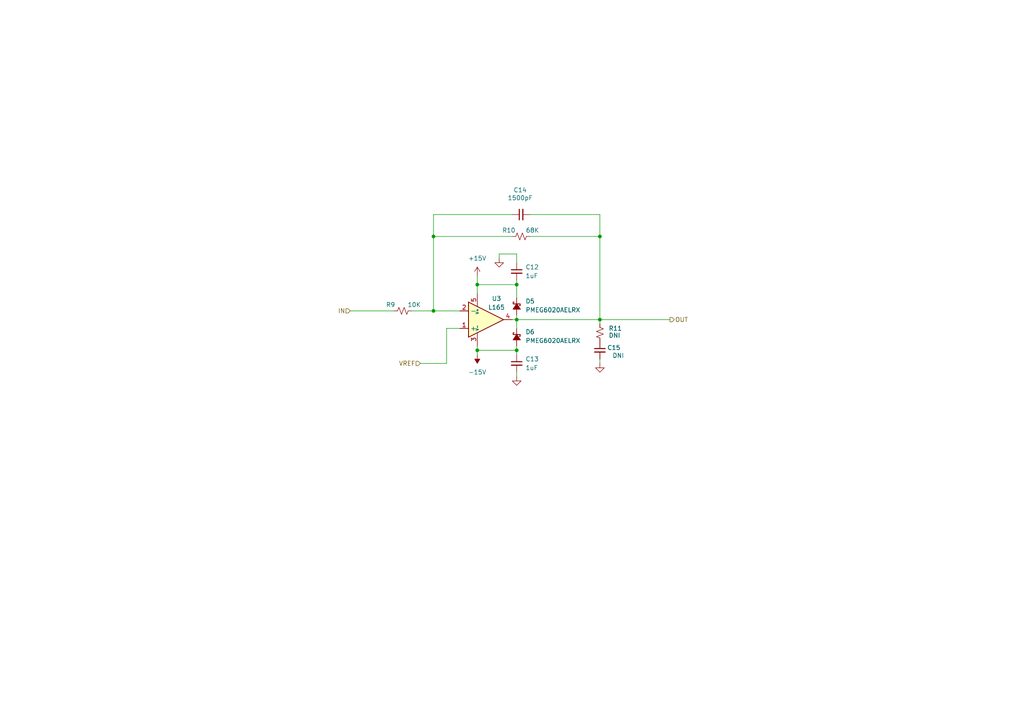
<source format=kicad_sch>
(kicad_sch (version 20250114) (generator "eeschema") (generator_version "9.0")
  (paper "A4")
  (lib_symbols
    (symbol "Device:C_Small" (pin_numbers (hide yes)) (pin_names (offset 0.254) (hide yes))
      (property "Reference" "C" (at 0.254 1.778 0))
      (property "Value" "C_Small" (at 0.254 -2.032 0))
      (symbol "C_Small_0_1"
        (polyline (pts (xy -1.524 0.508) (xy 1.524 0.508)) (stroke (width 0.3048)))
        (polyline (pts (xy -1.524 -0.508) (xy 1.524 -0.508)) (stroke (width 0.3302)))
      )
      (symbol "C_Small_1_1"
        (pin passive line (at 0 2.54 270) (length 2.032) (name "~") (number "1"))
        (pin passive line (at 0 -2.54 90) (length 2.032) (name "~") (number "2"))
      )
    )
    (symbol "Device:D_Schottky_Small_Filled" (pin_numbers (hide yes)) (pin_names (offset 0.254) (hide yes))
      (property "Reference" "D" (at -1.27 2.032 0))
      (property "Value" "D_Schottky_Small_Filled" (at -7.112 -2.032 0))
      (symbol "D_Schottky_Small_Filled_0_1"
        (polyline (pts (xy -1.27 0.762) (xy -1.27 1.016) (xy -0.762 1.016) (xy -0.762 -1.016) (xy -0.254 -1.016) (xy -0.254 -0.762)) (stroke (width 0.254)))
        (polyline (pts (xy -0.762 0) (xy 0.762 0)))
        (polyline (pts (xy 0.762 -1.016) (xy -0.762 0) (xy 0.762 1.016) (xy 0.762 -1.016)) (stroke (width 0.254)) (fill (type outline)))
      )
      (symbol "D_Schottky_Small_Filled_1_1"
        (pin passive line (at -2.54 0 0) (length 1.778) (name "K") (number "1"))
        (pin passive line (at 2.54 0 180) (length 1.778) (name "A") (number "2"))
      )
    )
    (symbol "Device:R_Small_US" (pin_numbers (hide yes)) (pin_names (offset 0.254) (hide yes))
      (property "Reference" "R" (at 0.762 0.508 0))
      (property "Value" "R_Small_US" (at 0.762 -1.016 0))
      (symbol "R_Small_US_1_1"
        (polyline (pts (xy 0 1.524) (xy 1.016 1.143) (xy 0 0.762) (xy -1.016 0.381) (xy 0 0)))
        (polyline (pts (xy 0 0) (xy 1.016 -0.381) (xy 0 -0.762) (xy -1.016 -1.143) (xy 0 -1.524)))
        (pin passive line (at 0 2.54 270) (length 1.016) (name "~") (number "1"))
        (pin passive line (at 0 -2.54 90) (length 1.016) (name "~") (number "2"))
      )
    )
    (symbol "misc_ic:L165"
      (property "Reference" "U" (at 3.048 5.334 0))
      (property "Value" "L165" (at 0 0 0))
      (symbol "L165_0_1"
        (polyline (pts (xy -5.08 5.08) (xy 5.08 0) (xy -5.08 -5.08) (xy -5.08 5.08)) (stroke (width 0.254)) (fill (type background)))
      )
      (symbol "L165_1_1"
        (pin input line (at -7.62 2.54 0) (length 2.54) (name "-") (number "2"))
        (pin input line (at -7.62 -2.54 0) (length 2.54) (name "+") (number "1"))
        (pin power_in line (at -2.54 7.62 270) (length 3.81) (name "V+") (number "5"))
        (pin power_in line (at -2.54 -7.62 90) (length 3.81) (name "V-") (number "3"))
        (pin output line (at 7.62 0 180) (length 2.54) (name "~") (number "4"))
      )
    )
    (symbol "power:+15V" (power) (pin_numbers (hide yes)) (pin_names (offset 0) (hide yes))
      (property "Value" "+15V" (at 0 3.556 0))
      (symbol "+15V_0_1"
        (polyline (pts (xy -0.762 1.27) (xy 0 2.54)))
        (polyline (pts (xy 0 2.54) (xy 0.762 1.27)))
        (polyline (pts (xy 0 0) (xy 0 2.54)))
      )
      (symbol "+15V_1_1"
        (pin power_in line (at 0 0 90) (length 0) (name "~") (number "1"))
      )
    )
    (symbol "power:-15V" (power) (pin_numbers (hide yes)) (pin_names (offset 0) (hide yes))
      (property "Value" "-15V" (at 0 3.556 0))
      (symbol "-15V_0_0"
        (pin power_in line (at 0 0 90) (length 0) (name "~") (number "1"))
      )
      (symbol "-15V_0_1"
        (polyline (pts (xy 0 0) (xy 0 1.27) (xy 0.762 1.27) (xy 0 2.54) (xy -0.762 1.27) (xy 0 1.27)) (fill (type outline)))
      )
    )
    (symbol "power:GND" (power) (pin_numbers (hide yes)) (pin_names (offset 0) (hide yes))
      (property "Value" "GND" (at 0 -3.81 0))
      (symbol "GND_0_1"
        (polyline (pts (xy 0 0) (xy 0 -1.27) (xy 1.27 -1.27) (xy 0 -2.54) (xy -1.27 -1.27) (xy 0 -1.27)))
      )
      (symbol "GND_1_1"
        (pin power_in line (at 0 0 270) (length 0) (name "~") (number "1"))
      )
    )
  )
  (junction (at 138.43 101.6))
  (junction (at 173.99 68.58))
  (junction (at 125.73 90.17))
  (junction (at 149.86 82.55))
  (junction (at 149.86 92.71))
  (junction (at 173.99 92.71))
  (junction (at 138.43 82.55))
  (junction (at 149.86 101.6))
  (junction (at 125.73 68.58))
  (wire (pts (xy 125.73 62.23) (xy 125.73 68.58)))
  (wire (pts (xy 144.78 73.66) (xy 144.78 74.93)))
  (wire (pts (xy 138.43 100.33) (xy 138.43 101.6)))
  (wire (pts (xy 149.86 92.71) (xy 173.99 92.71)))
  (wire (pts (xy 149.86 101.6) (xy 149.86 102.87)))
  (wire (pts (xy 148.59 92.71) (xy 149.86 92.71)))
  (wire (pts (xy 149.86 81.28) (xy 149.86 82.55)))
  (wire (pts (xy 138.43 101.6) (xy 138.43 102.87)))
  (wire (pts (xy 149.86 76.2) (xy 149.86 73.66)))
  (wire (pts (xy 173.99 104.14) (xy 173.99 105.41)))
  (wire (pts (xy 149.86 100.33) (xy 149.86 101.6)))
  (wire (pts (xy 153.67 68.58) (xy 173.99 68.58)))
  (wire (pts (xy 153.67 62.23) (xy 173.99 62.23)))
  (wire (pts (xy 119.38 90.17) (xy 125.73 90.17)))
  (wire (pts (xy 133.35 95.25) (xy 129.54 95.25)))
  (wire (pts (xy 129.54 105.41) (xy 121.92 105.41)))
  (wire (pts (xy 138.43 82.55) (xy 138.43 85.09)))
  (wire (pts (xy 173.99 62.23) (xy 173.99 68.58)))
  (wire (pts (xy 149.86 86.36) (xy 149.86 82.55)))
  (wire (pts (xy 125.73 90.17) (xy 133.35 90.17)))
  (wire (pts (xy 173.99 68.58) (xy 173.99 92.71)))
  (wire (pts (xy 138.43 101.6) (xy 149.86 101.6)))
  (wire (pts (xy 149.86 107.95) (xy 149.86 109.22)))
  (wire (pts (xy 138.43 80.01) (xy 138.43 82.55)))
  (wire (pts (xy 149.86 82.55) (xy 138.43 82.55)))
  (wire (pts (xy 173.99 92.71) (xy 173.99 93.98)))
  (wire (pts (xy 129.54 95.25) (xy 129.54 105.41)))
  (wire (pts (xy 125.73 68.58) (xy 148.59 68.58)))
  (wire (pts (xy 101.6 90.17) (xy 114.3 90.17)))
  (wire (pts (xy 173.99 92.71) (xy 194.31 92.71)))
  (wire (pts (xy 149.86 73.66) (xy 144.78 73.66)))
  (wire (pts (xy 149.86 92.71) (xy 149.86 95.25)))
  (wire (pts (xy 149.86 91.44) (xy 149.86 92.71)))
  (wire (pts (xy 125.73 68.58) (xy 125.73 90.17)))
  (wire (pts (xy 148.59 62.23) (xy 125.73 62.23)))
  (hierarchical_label "OUT" (shape output) (at 194.31 92.71 0))
  (hierarchical_label "VREF" (shape input) (at 121.92 105.41 180))
  (hierarchical_label "IN" (shape input) (at 101.6 90.17 180))
  (symbol (lib_id "power:+15V") (at 138.43 80.01 0) (unit 1)
    (property "Reference" "#PWR010" (effects (hide yes)))
    (property "Value" "+15V" (at 138.43 74.93 0))
    (property "Description" "Power symbol creates a global label with name \"+15V\"" (effects (hide yes)))
    (instances (project "SynchroDriverAS" (path "" (reference "#PWR020") (unit 1)) (path "" (reference "#PWR010") (unit 1)) (path "" (reference "#PWR015") (unit 1))))
  )
  (symbol (lib_id "Device:R_Small_US") (at 173.99 96.52 0) (unit 1)
    (property "Reference" "R5" (at 176.53 95.2499 0) (effects (justify left)))
    (property "Value" "DNI" (at 176.53 97.282 0) (effects (justify left)))
    (property "Footprint" "Passive:RESC2012X55" (effects (hide yes)))
    (property "Description" "Resistor, small US symbol" (effects (hide yes)))
    (instances (project "SynchroDriverAS" (path "" (reference "R11") (unit 1)) (path "" (reference "R5") (unit 1)) (path "" (reference "R8") (unit 1))))
  )
  (symbol (lib_id "Device:D_Schottky_Small_Filled") (at 149.86 97.79 90) (mirror x) (unit 1)
    (property "Reference" "D2" (at 152.4 96.2659 90) (effects (justify right)))
    (property "Value" "PMEG6020AELRX" (at 152.4 98.8059 90) (effects (justify right)))
    (property "Footprint" "Active:SOD3716X117" (effects (hide yes)))
    (property "Mouser" "771-PMEG10010ELRX" (effects (hide yes)))
    (instances (project "SynchroDriverAS" (path "" (reference "D6") (unit 1)) (path "" (reference "D2") (unit 1)) (path "" (reference "D4") (unit 1))))
  )
  (symbol (lib_id "misc_ic:L165") (at 140.97 92.71 0) (unit 1)
    (property "Reference" "U1" (at 144.018 86.614 0))
    (property "Value" "L165" (at 144.018 89.154 0))
    (property "Footprint" "TO-220-5_Stagger_Vertical_L165" (effects (hide yes)))
    (property "Datasheet" "https://www.st.com/resource/en/datasheet/cd00000052.pdf" (effects (hide yes)))
    (property "Description" "3A Power op amp ±18V 6-8V/µs" (effects (hide yes)))
    (instances (project "SynchroDriverAS" (path "" (reference "U3") (unit 1)) (path "" (reference "U1") (unit 1)) (path "" (reference "U2") (unit 1))))
  )
  (symbol (lib_id "Device:C_Small") (at 173.99 101.6 0) (unit 1)
    (property "Reference" "C7" (at 178.054 100.838 0))
    (property "Value" "DNI" (at 179.324 103.124 0))
    (property "Footprint" "Passive:CAPC2012X55" (effects (hide yes)))
    (property "Description" "Unpolarized capacitor, small symbol" (effects (hide yes)))
    (instances (project "SynchroDriverAS" (path "" (reference "C15") (unit 1)) (path "" (reference "C7") (unit 1)) (path "" (reference "C11") (unit 1))))
  )
  (symbol (lib_id "Device:D_Schottky_Small_Filled") (at 149.86 88.9 90) (mirror x) (unit 1)
    (property "Reference" "D1" (at 152.4 87.3759 90) (effects (justify right)))
    (property "Value" "PMEG6020AELRX" (at 152.4 89.9159 90) (effects (justify right)))
    (property "Footprint" "Active:SOD3716X117" (effects (hide yes)))
    (property "Mouser" "771-PMEG10010ELRX" (effects (hide yes)))
    (instances (project "SynchroDriverAS" (path "" (reference "D5") (unit 1)) (path "" (reference "D1") (unit 1)) (path "" (reference "D3") (unit 1))))
  )
  (symbol (lib_id "Device:R_Small_US") (at 116.84 90.17 90) (unit 1)
    (property "Reference" "R3" (at 113.284 88.392 90))
    (property "Value" "10K" (at 120.142 88.392 90))
    (property "Footprint" "Passive:RESC1608X55" (effects (hide yes)))
    (property "Description" "Resistor, small US symbol" (effects (hide yes)))
    (instances (project "SynchroDriverAS" (path "" (reference "R9") (unit 1)) (path "" (reference "R3") (unit 1)) (path "" (reference "R6") (unit 1))))
  )
  (symbol (lib_id "Device:C_Small") (at 149.86 78.74 0) (unit 1)
    (property "Reference" "C4" (at 152.4 77.4762 0) (effects (justify left)))
    (property "Value" "1uF" (at 152.4 80.0162 0) (effects (justify left)))
    (property "Footprint" "Passive:CAPC2012X55" (effects (hide yes)))
    (property "Description" "Unpolarized capacitor, small symbol" (effects (hide yes)))
    (instances (project "SynchroDriverAS" (path "" (reference "C12") (unit 1)) (path "" (reference "C4") (unit 1)) (path "" (reference "C8") (unit 1))))
  )
  (symbol (lib_id "Device:R_Small_US") (at 151.13 68.58 90) (unit 1)
    (property "Reference" "R4" (at 147.574 66.802 90))
    (property "Value" "68K" (at 154.432 66.802 90))
    (property "Footprint" "Passive:RESC1608X55" (effects (hide yes)))
    (property "Description" "Resistor, small US symbol" (effects (hide yes)))
    (instances (project "SynchroDriverAS" (path "" (reference "R10") (unit 1)) (path "" (reference "R4") (unit 1)) (path "" (reference "R7") (unit 1))))
  )
  (symbol (lib_id "power:GND") (at 173.99 105.41 0) (unit 1)
    (property "Reference" "#PWR014" (effects (hide yes)))
    (property "Value" "GND" (effects (hide yes)))
    (property "Description" "Power symbol creates a global label with name \"GND\" , ground" (effects (hide yes)))
    (instances (project "SynchroDriverAS" (path "" (reference "#PWR024") (unit 1)) (path "" (reference "#PWR014") (unit 1)) (path "" (reference "#PWR019") (unit 1))))
  )
  (symbol (lib_id "power:-15V") (at 138.43 102.87 180) (unit 1)
    (property "Reference" "#PWR011" (effects (hide yes)))
    (property "Value" "-15V" (at 138.43 107.95 0))
    (property "Description" "Power symbol creates a global label with name \"-15V\"" (effects (hide yes)))
    (instances (project "SynchroDriverAS" (path "" (reference "#PWR021") (unit 1)) (path "" (reference "#PWR011") (unit 1)) (path "" (reference "#PWR016") (unit 1))))
  )
  (symbol (lib_id "Device:C_Small") (at 151.13 62.23 90) (unit 1)
    (property "Reference" "C6" (at 150.876 55.118 90))
    (property "Value" "1500pF" (at 150.876 57.404 90))
    (property "Footprint" "Passive:CAPC1608X100" (effects (hide yes)))
    (property "Description" "Unpolarized capacitor, small symbol" (effects (hide yes)))
    (instances (project "SynchroDriverAS" (path "" (reference "C14") (unit 1)) (path "" (reference "C6") (unit 1)) (path "" (reference "C10") (unit 1))))
  )
  (symbol (lib_id "Device:C_Small") (at 149.86 105.41 0) (unit 1)
    (property "Reference" "C5" (at 152.4 104.1462 0) (effects (justify left)))
    (property "Value" "1uF" (at 152.4 106.6862 0) (effects (justify left)))
    (property "Footprint" "Passive:CAPC2012X55" (effects (hide yes)))
    (property "Description" "Unpolarized capacitor, small symbol" (effects (hide yes)))
    (instances (project "SynchroDriverAS" (path "" (reference "C13") (unit 1)) (path "" (reference "C5") (unit 1)) (path "" (reference "C9") (unit 1))))
  )
  (symbol (lib_id "power:GND") (at 144.78 74.93 0) (unit 1)
    (property "Reference" "#PWR012" (effects (hide yes)))
    (property "Value" "GND" (effects (hide yes)))
    (property "Description" "Power symbol creates a global label with name \"GND\" , ground" (effects (hide yes)))
    (instances (project "SynchroDriverAS" (path "" (reference "#PWR022") (unit 1)) (path "" (reference "#PWR012") (unit 1)) (path "" (reference "#PWR017") (unit 1))))
  )
  (symbol (lib_id "power:GND") (at 149.86 109.22 0) (unit 1)
    (property "Reference" "#PWR013" (effects (hide yes)))
    (property "Value" "GND" (effects (hide yes)))
    (property "Description" "Power symbol creates a global label with name \"GND\" , ground" (effects (hide yes)))
    (instances (project "SynchroDriverAS" (path "" (reference "#PWR023") (unit 1)) (path "" (reference "#PWR013") (unit 1)) (path "" (reference "#PWR018") (unit 1))))
  )
)
</source>
